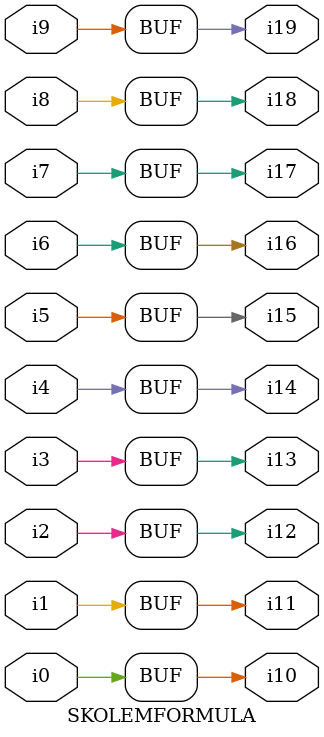
<source format=v>

module SKOLEMFORMULA ( 
    i0, i1, i2, i3, i4, i5, i6, i7, i8, i9,
    i10, i11, i12, i13, i14, i15, i16, i17, i18, i19  );
  input  i0, i1, i2, i3, i4, i5, i6, i7, i8, i9;
  output i10, i11, i12, i13, i14, i15, i16, i17, i18, i19;
  assign i10 = i0;
  assign i11 = i1;
  assign i12 = i2;
  assign i13 = i3;
  assign i14 = i4;
  assign i15 = i5;
  assign i16 = i6;
  assign i17 = i7;
  assign i18 = i8;
  assign i19 = i9;
endmodule



</source>
